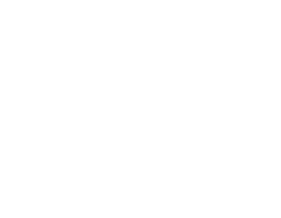
<source format=gbr>
G04 EAGLE Gerber RS-274X export*
G75*
%MOMM*%
%FSLAX34Y34*%
%LPD*%
%INSilkscreen Bottom*%
%IPPOS*%
%AMOC8*
5,1,8,0,0,1.08239X$1,22.5*%
G01*
%ADD10R,0.200000X0.100000*%
%ADD11R,0.300000X0.100000*%
%ADD12R,0.100000X0.100000*%
%ADD13R,0.600000X0.100000*%
%ADD14R,0.400000X0.100000*%
%ADD15R,1.200000X0.100000*%
%ADD16R,0.500000X0.100000*%
%ADD17R,0.700000X0.100000*%
%ADD18R,0.800000X0.100000*%
%ADD19R,1.100000X0.100000*%
%ADD20R,0.900000X0.100000*%
%ADD21R,1.000000X0.100000*%
%ADD22R,2.100000X0.100000*%
%ADD23R,1.400000X0.100000*%


D10*
X553500Y184000D03*
D11*
X553000Y185000D03*
X552000Y186000D03*
D10*
X551500Y187000D03*
X550500Y188000D03*
D11*
X550000Y189000D03*
X549000Y190000D03*
X548000Y191000D03*
X547000Y192000D03*
D10*
X546500Y193000D03*
X545500Y194000D03*
D11*
X545000Y195000D03*
X544000Y196000D03*
X543000Y197000D03*
D10*
X542500Y198000D03*
X541500Y199000D03*
D11*
X541000Y200000D03*
X540000Y201000D03*
D10*
X539500Y202000D03*
X538500Y203000D03*
D11*
X538000Y204000D03*
X537000Y205000D03*
D10*
X536500Y206000D03*
X535500Y207000D03*
D11*
X535000Y208000D03*
X534000Y209000D03*
D10*
X533500Y210000D03*
X532500Y211000D03*
D11*
X532000Y212000D03*
D10*
X531500Y213000D03*
X530500Y214000D03*
D11*
X530000Y215000D03*
X529000Y216000D03*
D10*
X528500Y217000D03*
D11*
X528000Y218000D03*
X527000Y219000D03*
D10*
X526500Y220000D03*
D11*
X526000Y221000D03*
D10*
X525500Y222000D03*
X524500Y223000D03*
D11*
X524000Y224000D03*
D10*
X523500Y225000D03*
D11*
X523000Y226000D03*
D10*
X522500Y227000D03*
X521500Y228000D03*
D11*
X521000Y229000D03*
D10*
X520500Y230000D03*
D11*
X520000Y231000D03*
D10*
X519500Y232000D03*
X518500Y233000D03*
D11*
X518000Y234000D03*
D10*
X517500Y235000D03*
D11*
X517000Y236000D03*
D10*
X516500Y237000D03*
D11*
X516000Y238000D03*
D10*
X515500Y239000D03*
X514500Y240000D03*
X514500Y241000D03*
X513500Y242000D03*
X513500Y243000D03*
X512500Y244000D03*
X512500Y245000D03*
X511500Y246000D03*
X511500Y247000D03*
X510500Y248000D03*
X510500Y249000D03*
X509500Y250000D03*
X509500Y251000D03*
X508500Y252000D03*
X508500Y253000D03*
D11*
X508000Y254000D03*
D10*
X507500Y255000D03*
X507500Y256000D03*
X506500Y257000D03*
X506500Y258000D03*
X505500Y259000D03*
X505500Y260000D03*
D11*
X505000Y261000D03*
D10*
X504500Y262000D03*
X504500Y263000D03*
X503500Y264000D03*
X503500Y265000D03*
D11*
X503000Y266000D03*
D10*
X502500Y267000D03*
X502500Y268000D03*
D11*
X502000Y269000D03*
D10*
X501500Y270000D03*
X501500Y271000D03*
X500500Y272000D03*
X500500Y273000D03*
X500500Y274000D03*
X499500Y275000D03*
X499500Y276000D03*
X499500Y277000D03*
D11*
X499000Y278000D03*
D10*
X498500Y279000D03*
X498500Y280000D03*
D12*
X448000Y280000D03*
D10*
X498500Y281000D03*
D13*
X479500Y281000D03*
D14*
X448500Y281000D03*
D10*
X418500Y281000D03*
D14*
X404500Y281000D03*
D10*
X379500Y281000D03*
D11*
X351000Y281000D03*
D10*
X497500Y282000D03*
D15*
X478500Y282000D03*
D16*
X449000Y282000D03*
D14*
X419500Y282000D03*
D16*
X404000Y282000D03*
D10*
X379500Y282000D03*
D16*
X352000Y282000D03*
D10*
X497500Y283000D03*
D14*
X483500Y283000D03*
D17*
X473000Y283000D03*
D16*
X448000Y283000D03*
D10*
X420500Y283000D03*
D16*
X404000Y283000D03*
D11*
X379000Y283000D03*
D16*
X352000Y283000D03*
D10*
X497500Y284000D03*
D11*
X485000Y284000D03*
D13*
X469500Y284000D03*
D14*
X447500Y284000D03*
D10*
X421500Y284000D03*
D16*
X404000Y284000D03*
D10*
X378500Y284000D03*
D14*
X351500Y284000D03*
D10*
X496500Y285000D03*
X485500Y285000D03*
D13*
X466500Y285000D03*
D16*
X447000Y285000D03*
D10*
X421500Y285000D03*
D14*
X403500Y285000D03*
D10*
X378500Y285000D03*
D14*
X351500Y285000D03*
D10*
X496500Y286000D03*
X486500Y286000D03*
D16*
X464000Y286000D03*
D14*
X446500Y286000D03*
D10*
X421500Y286000D03*
D14*
X403500Y286000D03*
D10*
X377500Y286000D03*
D16*
X351000Y286000D03*
D10*
X496500Y287000D03*
X486500Y287000D03*
D16*
X462000Y287000D03*
D14*
X445500Y287000D03*
D10*
X421500Y287000D03*
D14*
X402500Y287000D03*
D10*
X377500Y287000D03*
D16*
X351000Y287000D03*
D10*
X496500Y288000D03*
X486500Y288000D03*
D16*
X459000Y288000D03*
D11*
X445000Y288000D03*
D12*
X422000Y288000D03*
D14*
X402500Y288000D03*
D10*
X377500Y288000D03*
D14*
X350500Y288000D03*
D11*
X496000Y289000D03*
D10*
X486500Y289000D03*
D11*
X458000Y289000D03*
D14*
X444500Y289000D03*
D12*
X422000Y289000D03*
D14*
X402500Y289000D03*
D10*
X376500Y289000D03*
D14*
X350500Y289000D03*
D10*
X495500Y290000D03*
X485500Y290000D03*
D11*
X444000Y290000D03*
D12*
X422000Y290000D03*
D14*
X402500Y290000D03*
D10*
X376500Y290000D03*
D11*
X350000Y290000D03*
D10*
X495500Y291000D03*
X485500Y291000D03*
D11*
X443000Y291000D03*
D12*
X422000Y291000D03*
D11*
X402000Y291000D03*
X376000Y291000D03*
D14*
X349500Y291000D03*
D10*
X495500Y292000D03*
X485500Y292000D03*
X442500Y292000D03*
X421500Y292000D03*
D14*
X401500Y292000D03*
D10*
X375500Y292000D03*
D14*
X349500Y292000D03*
D10*
X495500Y293000D03*
X485500Y293000D03*
D11*
X479000Y293000D03*
X442000Y293000D03*
D10*
X421500Y293000D03*
D11*
X401000Y293000D03*
D10*
X375500Y293000D03*
D11*
X349000Y293000D03*
D10*
X494500Y294000D03*
X484500Y294000D03*
D11*
X478000Y294000D03*
D10*
X451500Y294000D03*
D11*
X441000Y294000D03*
D10*
X421500Y294000D03*
D11*
X401000Y294000D03*
X375000Y294000D03*
X349000Y294000D03*
D10*
X494500Y295000D03*
X484500Y295000D03*
D11*
X477000Y295000D03*
D14*
X451500Y295000D03*
X440500Y295000D03*
D10*
X421500Y295000D03*
X400500Y295000D03*
X374500Y295000D03*
X348500Y295000D03*
X494500Y296000D03*
D11*
X484000Y296000D03*
X476000Y296000D03*
D14*
X453500Y296000D03*
X439500Y296000D03*
D10*
X421500Y296000D03*
D11*
X400000Y296000D03*
D10*
X374500Y296000D03*
D11*
X348000Y296000D03*
D10*
X494500Y297000D03*
X483500Y297000D03*
D11*
X475000Y297000D03*
X454000Y297000D03*
D14*
X439500Y297000D03*
D10*
X421500Y297000D03*
D11*
X400000Y297000D03*
D10*
X373500Y297000D03*
D11*
X348000Y297000D03*
D10*
X494500Y298000D03*
D11*
X483000Y298000D03*
X474000Y298000D03*
D10*
X454500Y298000D03*
D14*
X438500Y298000D03*
D10*
X421500Y298000D03*
D14*
X399500Y298000D03*
D10*
X373500Y298000D03*
D14*
X347500Y298000D03*
D10*
X493500Y299000D03*
D11*
X482000Y299000D03*
X473000Y299000D03*
D10*
X455500Y299000D03*
D16*
X438000Y299000D03*
D10*
X421500Y299000D03*
D14*
X399500Y299000D03*
D10*
X373500Y299000D03*
D14*
X347500Y299000D03*
D10*
X493500Y300000D03*
D11*
X481000Y300000D03*
X472000Y300000D03*
D10*
X455500Y300000D03*
X439500Y300000D03*
D11*
X436000Y300000D03*
D10*
X421500Y300000D03*
D16*
X399000Y300000D03*
D10*
X372500Y300000D03*
D16*
X347000Y300000D03*
D10*
X493500Y301000D03*
D11*
X480000Y301000D03*
X471000Y301000D03*
D10*
X454500Y301000D03*
D11*
X439000Y301000D03*
X435000Y301000D03*
D10*
X421500Y301000D03*
X400500Y301000D03*
D11*
X397000Y301000D03*
D10*
X372500Y301000D03*
D13*
X346500Y301000D03*
D10*
X493500Y302000D03*
D11*
X479000Y302000D03*
X470000Y302000D03*
D10*
X454500Y302000D03*
X438500Y302000D03*
D11*
X434000Y302000D03*
X421000Y302000D03*
D10*
X400500Y302000D03*
X396500Y302000D03*
X372500Y302000D03*
X348500Y302000D03*
X344500Y302000D03*
X493500Y303000D03*
D11*
X478000Y303000D03*
X469000Y303000D03*
X454000Y303000D03*
D10*
X438500Y303000D03*
D11*
X433000Y303000D03*
D10*
X420500Y303000D03*
X400500Y303000D03*
X395500Y303000D03*
X371500Y303000D03*
X348500Y303000D03*
D11*
X344000Y303000D03*
D10*
X493500Y304000D03*
D11*
X477000Y304000D03*
X468000Y304000D03*
X453000Y304000D03*
D10*
X438500Y304000D03*
D11*
X432000Y304000D03*
D10*
X420500Y304000D03*
X400500Y304000D03*
D11*
X395000Y304000D03*
D10*
X371500Y304000D03*
X348500Y304000D03*
D11*
X343000Y304000D03*
X493000Y305000D03*
D14*
X475500Y305000D03*
D10*
X467500Y305000D03*
D14*
X451500Y305000D03*
D10*
X438500Y305000D03*
D11*
X431000Y305000D03*
D10*
X420500Y305000D03*
X400500Y305000D03*
D11*
X394000Y305000D03*
X371000Y305000D03*
D10*
X348500Y305000D03*
D11*
X342000Y305000D03*
D10*
X492500Y306000D03*
D14*
X474500Y306000D03*
D10*
X466500Y306000D03*
D11*
X450000Y306000D03*
D10*
X438500Y306000D03*
D11*
X430000Y306000D03*
X421000Y306000D03*
D10*
X401500Y306000D03*
D11*
X393000Y306000D03*
D10*
X370500Y306000D03*
X348500Y306000D03*
D11*
X341000Y306000D03*
D10*
X492500Y307000D03*
D11*
X473000Y307000D03*
D10*
X466500Y307000D03*
D14*
X448500Y307000D03*
D10*
X438500Y307000D03*
D11*
X429000Y307000D03*
D10*
X421500Y307000D03*
X401500Y307000D03*
D14*
X391500Y307000D03*
D10*
X370500Y307000D03*
D11*
X349000Y307000D03*
X340000Y307000D03*
D10*
X492500Y308000D03*
D14*
X471500Y308000D03*
D10*
X466500Y308000D03*
D14*
X446500Y308000D03*
D11*
X439000Y308000D03*
X428000Y308000D03*
D10*
X421500Y308000D03*
X411500Y308000D03*
D11*
X402000Y308000D03*
D16*
X390000Y308000D03*
D11*
X370000Y308000D03*
D12*
X359000Y308000D03*
D10*
X349500Y308000D03*
D14*
X338500Y308000D03*
D10*
X492500Y309000D03*
D13*
X468500Y309000D03*
D18*
X442500Y309000D03*
X424500Y309000D03*
D14*
X410500Y309000D03*
D11*
X403000Y309000D03*
D19*
X385000Y309000D03*
D10*
X369500Y309000D03*
D11*
X359000Y309000D03*
D10*
X350500Y309000D03*
D16*
X336000Y309000D03*
D10*
X328500Y309000D03*
X492500Y310000D03*
D11*
X468000Y310000D03*
D16*
X442000Y310000D03*
X424000Y310000D03*
D20*
X407000Y310000D03*
X384000Y310000D03*
D10*
X369500Y310000D03*
D21*
X354500Y310000D03*
X332500Y310000D03*
D10*
X492500Y311000D03*
D12*
X424000Y311000D03*
D14*
X406500Y311000D03*
D13*
X354500Y311000D03*
D14*
X331500Y311000D03*
D10*
X492500Y312000D03*
X491500Y313000D03*
X491500Y314000D03*
X491500Y315000D03*
X491500Y316000D03*
X366500Y316000D03*
X491500Y317000D03*
D11*
X367000Y317000D03*
D10*
X491500Y318000D03*
X366500Y318000D03*
X491500Y319000D03*
X491500Y320000D03*
D12*
X491000Y321000D03*
X491000Y322000D03*
D10*
X490500Y323000D03*
X490500Y324000D03*
X490500Y325000D03*
X490500Y326000D03*
X490500Y327000D03*
X490500Y328000D03*
X490500Y329000D03*
X490500Y330000D03*
X490500Y331000D03*
X490500Y332000D03*
X490500Y333000D03*
D11*
X490000Y334000D03*
D10*
X489500Y335000D03*
X489500Y336000D03*
X489500Y337000D03*
X489500Y338000D03*
X489500Y339000D03*
X489500Y340000D03*
X489500Y341000D03*
D12*
X489000Y342000D03*
D10*
X488500Y343000D03*
X488500Y344000D03*
X462500Y344000D03*
X488500Y345000D03*
D11*
X462000Y345000D03*
D10*
X488500Y346000D03*
D11*
X461000Y346000D03*
D10*
X487500Y347000D03*
D11*
X460000Y347000D03*
D10*
X487500Y348000D03*
X459500Y348000D03*
D11*
X487000Y349000D03*
D10*
X458500Y349000D03*
X486500Y350000D03*
D11*
X458000Y350000D03*
D10*
X486500Y351000D03*
X457500Y351000D03*
X485500Y352000D03*
X457500Y352000D03*
D11*
X485000Y353000D03*
D10*
X457500Y353000D03*
D11*
X484000Y354000D03*
D10*
X457500Y354000D03*
D11*
X483000Y355000D03*
D10*
X457500Y355000D03*
D14*
X481500Y356000D03*
D11*
X459000Y356000D03*
D13*
X479500Y357000D03*
D16*
X460000Y357000D03*
D22*
X470000Y358000D03*
D23*
X469500Y359000D03*
M02*

</source>
